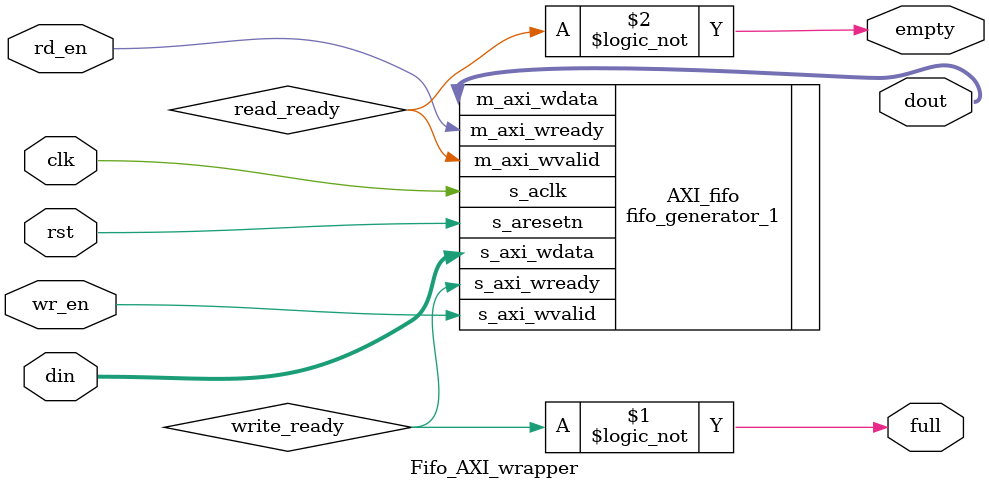
<source format=sv>
`timescale 1ns / 1ps

module Fifo_AXI_wrapper(
input wire  clk, 
input wire wr_en, 
input wire rd_en,
input wire rst,
input wire [63:0] din,
output wire empty, 
output wire full,
output wire [63:0] dout
);
 

    
    fifo_generator_1 AXI_fifo(
     .s_aclk(clk),
     .s_aresetn(rst),
     .s_axi_wdata(din),
     .s_axi_wvalid(wr_en),
     .s_axi_wready(write_ready),
    
     .m_axi_wdata(dout),
     .m_axi_wvalid(read_ready),
     .m_axi_wready(rd_en)
   );
   
assign full  = !write_ready;
assign empty = !read_ready;   
   
endmodule

</source>
